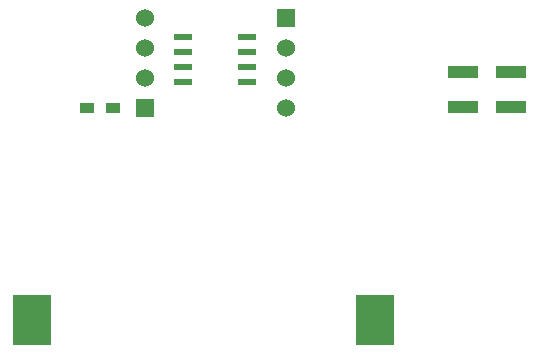
<source format=gbp>
G04 #@! TF.GenerationSoftware,KiCad,Pcbnew,5.0.0*
G04 #@! TF.CreationDate,2018-09-20T15:59:47+02:00*
G04 #@! TF.ProjectId,adri,616472692E6B696361645F7063620000,rev?*
G04 #@! TF.SameCoordinates,Original*
G04 #@! TF.FileFunction,Paste,Bot*
G04 #@! TF.FilePolarity,Positive*
%FSLAX46Y46*%
G04 Gerber Fmt 4.6, Leading zero omitted, Abs format (unit mm)*
G04 Created by KiCad (PCBNEW 5.0.0) date Thu Sep 20 15:59:47 2018*
%MOMM*%
%LPD*%
G01*
G04 APERTURE LIST*
%ADD10R,3.300000X4.200000*%
%ADD11R,1.200000X0.900000*%
%ADD12R,1.550000X0.600000*%
%ADD13R,1.524000X1.524000*%
%ADD14C,1.524000*%
%ADD15R,2.500000X1.000000*%
G04 APERTURE END LIST*
D10*
G04 #@! TO.C,Batt1*
X124500000Y-135000000D03*
X153500000Y-135000000D03*
G04 #@! TD*
D11*
G04 #@! TO.C,R1*
X131300000Y-117080000D03*
X129100000Y-117080000D03*
G04 #@! TD*
D12*
G04 #@! TO.C,U1*
X137300000Y-111095000D03*
X137300000Y-112365000D03*
X137300000Y-113635000D03*
X137300000Y-114905000D03*
X142700000Y-114905000D03*
X142700000Y-113635000D03*
X142700000Y-112365000D03*
X142700000Y-111095000D03*
G04 #@! TD*
D13*
G04 #@! TO.C,J2*
X145960000Y-109420000D03*
D14*
X145960000Y-111960000D03*
X145960000Y-114500000D03*
X145960000Y-117040000D03*
G04 #@! TD*
G04 #@! TO.C,J3*
X134040000Y-109460000D03*
X134040000Y-112000000D03*
X134040000Y-114540000D03*
D13*
X134040000Y-117080000D03*
G04 #@! TD*
D15*
G04 #@! TO.C,SW4*
X165000000Y-114000000D03*
X161000000Y-114000000D03*
X165000000Y-117000000D03*
X161000000Y-117000000D03*
G04 #@! TD*
M02*

</source>
